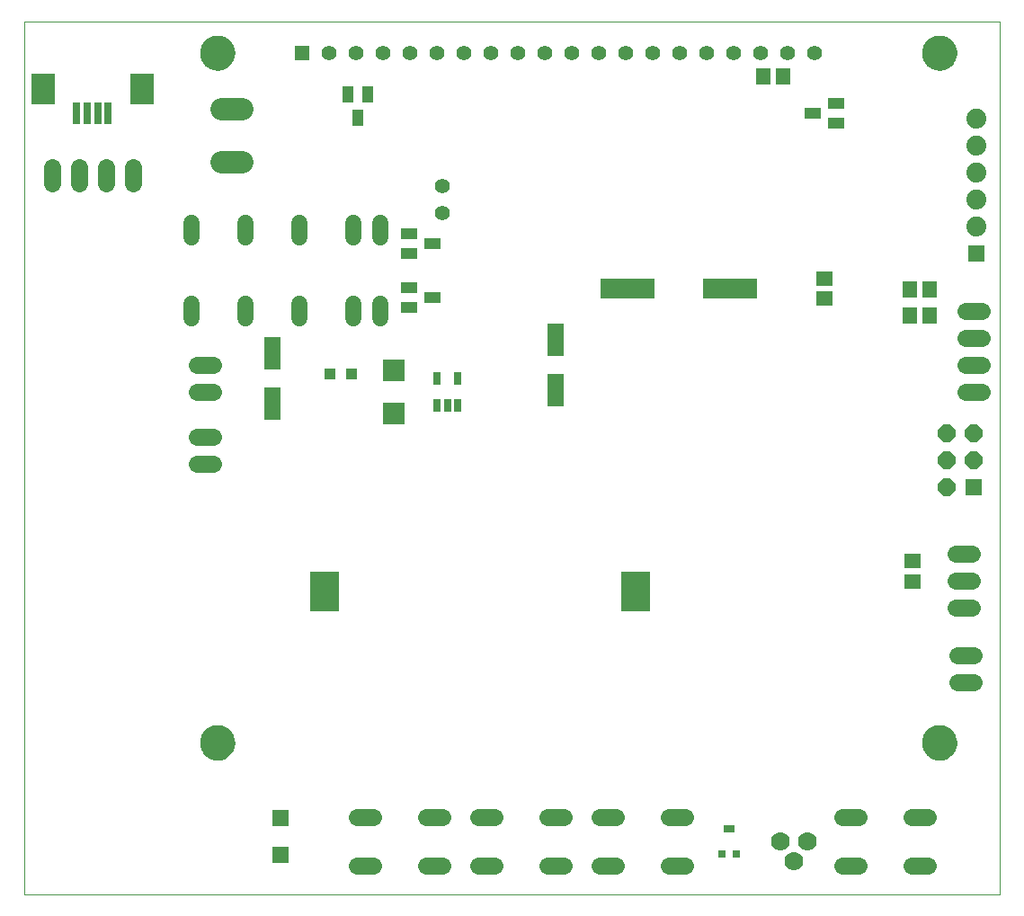
<source format=gts>
G75*
G70*
%OFA0B0*%
%FSLAX24Y24*%
%IPPOS*%
%LPD*%
%AMOC8*
5,1,8,0,0,1.08239X$1,22.5*
%
%ADD10C,0.0000*%
%ADD11R,0.0257X0.0512*%
%ADD12R,0.0591X0.1221*%
%ADD13R,0.0434X0.0434*%
%ADD14R,0.0827X0.0827*%
%ADD15R,0.0276X0.0788*%
%ADD16R,0.0867X0.1142*%
%ADD17C,0.1300*%
%ADD18R,0.0555X0.0555*%
%ADD19C,0.0555*%
%ADD20C,0.0640*%
%ADD21R,0.0552X0.0631*%
%ADD22OC8,0.0640*%
%ADD23R,0.0640X0.0640*%
%ADD24C,0.0700*%
%ADD25R,0.0591X0.0434*%
%ADD26R,0.0634X0.0634*%
%ADD27C,0.0740*%
%ADD28R,0.0276X0.0316*%
%ADD29R,0.0394X0.0316*%
%ADD30C,0.0600*%
%ADD31C,0.0820*%
%ADD32R,0.0434X0.0591*%
%ADD33C,0.0560*%
%ADD34R,0.0631X0.0552*%
%ADD35R,0.0631X0.0631*%
%ADD36R,0.1064X0.1457*%
%ADD37R,0.2040X0.0740*%
D10*
X000222Y000150D02*
X000222Y032512D01*
X036396Y032512D01*
X036396Y000150D01*
X000222Y000150D01*
X006742Y005760D02*
X006744Y005810D01*
X006750Y005860D01*
X006760Y005909D01*
X006774Y005957D01*
X006791Y006004D01*
X006812Y006049D01*
X006837Y006093D01*
X006865Y006134D01*
X006897Y006173D01*
X006931Y006210D01*
X006968Y006244D01*
X007008Y006274D01*
X007050Y006301D01*
X007094Y006325D01*
X007140Y006346D01*
X007187Y006362D01*
X007235Y006375D01*
X007285Y006384D01*
X007334Y006389D01*
X007385Y006390D01*
X007435Y006387D01*
X007484Y006380D01*
X007533Y006369D01*
X007581Y006354D01*
X007627Y006336D01*
X007672Y006314D01*
X007715Y006288D01*
X007756Y006259D01*
X007795Y006227D01*
X007831Y006192D01*
X007863Y006154D01*
X007893Y006114D01*
X007920Y006071D01*
X007943Y006027D01*
X007962Y005981D01*
X007978Y005933D01*
X007990Y005884D01*
X007998Y005835D01*
X008002Y005785D01*
X008002Y005735D01*
X007998Y005685D01*
X007990Y005636D01*
X007978Y005587D01*
X007962Y005539D01*
X007943Y005493D01*
X007920Y005449D01*
X007893Y005406D01*
X007863Y005366D01*
X007831Y005328D01*
X007795Y005293D01*
X007756Y005261D01*
X007715Y005232D01*
X007672Y005206D01*
X007627Y005184D01*
X007581Y005166D01*
X007533Y005151D01*
X007484Y005140D01*
X007435Y005133D01*
X007385Y005130D01*
X007334Y005131D01*
X007285Y005136D01*
X007235Y005145D01*
X007187Y005158D01*
X007140Y005174D01*
X007094Y005195D01*
X007050Y005219D01*
X007008Y005246D01*
X006968Y005276D01*
X006931Y005310D01*
X006897Y005347D01*
X006865Y005386D01*
X006837Y005427D01*
X006812Y005471D01*
X006791Y005516D01*
X006774Y005563D01*
X006760Y005611D01*
X006750Y005660D01*
X006744Y005710D01*
X006742Y005760D01*
X033514Y005760D02*
X033516Y005810D01*
X033522Y005860D01*
X033532Y005909D01*
X033546Y005957D01*
X033563Y006004D01*
X033584Y006049D01*
X033609Y006093D01*
X033637Y006134D01*
X033669Y006173D01*
X033703Y006210D01*
X033740Y006244D01*
X033780Y006274D01*
X033822Y006301D01*
X033866Y006325D01*
X033912Y006346D01*
X033959Y006362D01*
X034007Y006375D01*
X034057Y006384D01*
X034106Y006389D01*
X034157Y006390D01*
X034207Y006387D01*
X034256Y006380D01*
X034305Y006369D01*
X034353Y006354D01*
X034399Y006336D01*
X034444Y006314D01*
X034487Y006288D01*
X034528Y006259D01*
X034567Y006227D01*
X034603Y006192D01*
X034635Y006154D01*
X034665Y006114D01*
X034692Y006071D01*
X034715Y006027D01*
X034734Y005981D01*
X034750Y005933D01*
X034762Y005884D01*
X034770Y005835D01*
X034774Y005785D01*
X034774Y005735D01*
X034770Y005685D01*
X034762Y005636D01*
X034750Y005587D01*
X034734Y005539D01*
X034715Y005493D01*
X034692Y005449D01*
X034665Y005406D01*
X034635Y005366D01*
X034603Y005328D01*
X034567Y005293D01*
X034528Y005261D01*
X034487Y005232D01*
X034444Y005206D01*
X034399Y005184D01*
X034353Y005166D01*
X034305Y005151D01*
X034256Y005140D01*
X034207Y005133D01*
X034157Y005130D01*
X034106Y005131D01*
X034057Y005136D01*
X034007Y005145D01*
X033959Y005158D01*
X033912Y005174D01*
X033866Y005195D01*
X033822Y005219D01*
X033780Y005246D01*
X033740Y005276D01*
X033703Y005310D01*
X033669Y005347D01*
X033637Y005386D01*
X033609Y005427D01*
X033584Y005471D01*
X033563Y005516D01*
X033546Y005563D01*
X033532Y005611D01*
X033522Y005660D01*
X033516Y005710D01*
X033514Y005760D01*
X033514Y031351D02*
X033516Y031401D01*
X033522Y031451D01*
X033532Y031500D01*
X033546Y031548D01*
X033563Y031595D01*
X033584Y031640D01*
X033609Y031684D01*
X033637Y031725D01*
X033669Y031764D01*
X033703Y031801D01*
X033740Y031835D01*
X033780Y031865D01*
X033822Y031892D01*
X033866Y031916D01*
X033912Y031937D01*
X033959Y031953D01*
X034007Y031966D01*
X034057Y031975D01*
X034106Y031980D01*
X034157Y031981D01*
X034207Y031978D01*
X034256Y031971D01*
X034305Y031960D01*
X034353Y031945D01*
X034399Y031927D01*
X034444Y031905D01*
X034487Y031879D01*
X034528Y031850D01*
X034567Y031818D01*
X034603Y031783D01*
X034635Y031745D01*
X034665Y031705D01*
X034692Y031662D01*
X034715Y031618D01*
X034734Y031572D01*
X034750Y031524D01*
X034762Y031475D01*
X034770Y031426D01*
X034774Y031376D01*
X034774Y031326D01*
X034770Y031276D01*
X034762Y031227D01*
X034750Y031178D01*
X034734Y031130D01*
X034715Y031084D01*
X034692Y031040D01*
X034665Y030997D01*
X034635Y030957D01*
X034603Y030919D01*
X034567Y030884D01*
X034528Y030852D01*
X034487Y030823D01*
X034444Y030797D01*
X034399Y030775D01*
X034353Y030757D01*
X034305Y030742D01*
X034256Y030731D01*
X034207Y030724D01*
X034157Y030721D01*
X034106Y030722D01*
X034057Y030727D01*
X034007Y030736D01*
X033959Y030749D01*
X033912Y030765D01*
X033866Y030786D01*
X033822Y030810D01*
X033780Y030837D01*
X033740Y030867D01*
X033703Y030901D01*
X033669Y030938D01*
X033637Y030977D01*
X033609Y031018D01*
X033584Y031062D01*
X033563Y031107D01*
X033546Y031154D01*
X033532Y031202D01*
X033522Y031251D01*
X033516Y031301D01*
X033514Y031351D01*
X006742Y031351D02*
X006744Y031401D01*
X006750Y031451D01*
X006760Y031500D01*
X006774Y031548D01*
X006791Y031595D01*
X006812Y031640D01*
X006837Y031684D01*
X006865Y031725D01*
X006897Y031764D01*
X006931Y031801D01*
X006968Y031835D01*
X007008Y031865D01*
X007050Y031892D01*
X007094Y031916D01*
X007140Y031937D01*
X007187Y031953D01*
X007235Y031966D01*
X007285Y031975D01*
X007334Y031980D01*
X007385Y031981D01*
X007435Y031978D01*
X007484Y031971D01*
X007533Y031960D01*
X007581Y031945D01*
X007627Y031927D01*
X007672Y031905D01*
X007715Y031879D01*
X007756Y031850D01*
X007795Y031818D01*
X007831Y031783D01*
X007863Y031745D01*
X007893Y031705D01*
X007920Y031662D01*
X007943Y031618D01*
X007962Y031572D01*
X007978Y031524D01*
X007990Y031475D01*
X007998Y031426D01*
X008002Y031376D01*
X008002Y031326D01*
X007998Y031276D01*
X007990Y031227D01*
X007978Y031178D01*
X007962Y031130D01*
X007943Y031084D01*
X007920Y031040D01*
X007893Y030997D01*
X007863Y030957D01*
X007831Y030919D01*
X007795Y030884D01*
X007756Y030852D01*
X007715Y030823D01*
X007672Y030797D01*
X007627Y030775D01*
X007581Y030757D01*
X007533Y030742D01*
X007484Y030731D01*
X007435Y030724D01*
X007385Y030721D01*
X007334Y030722D01*
X007285Y030727D01*
X007235Y030736D01*
X007187Y030749D01*
X007140Y030765D01*
X007094Y030786D01*
X007050Y030810D01*
X007008Y030837D01*
X006968Y030867D01*
X006931Y030901D01*
X006897Y030938D01*
X006865Y030977D01*
X006837Y031018D01*
X006812Y031062D01*
X006791Y031107D01*
X006774Y031154D01*
X006760Y031202D01*
X006750Y031251D01*
X006744Y031301D01*
X006742Y031351D01*
D11*
X015530Y019288D03*
X016278Y019288D03*
X016278Y018264D03*
X015904Y018264D03*
X015530Y018264D03*
D12*
X019904Y018831D03*
X019904Y020721D03*
X009404Y020221D03*
X009404Y018331D03*
D13*
X011549Y019449D03*
X012337Y019449D03*
D14*
X013904Y019563D03*
X013904Y017989D03*
D15*
X003333Y029099D03*
X002939Y029099D03*
X002545Y029099D03*
X002152Y029099D03*
D16*
X000911Y030024D03*
X004573Y030024D03*
D17*
X007372Y031351D03*
X034144Y031351D03*
X034144Y005760D03*
X007372Y005760D03*
D18*
X010522Y031351D03*
D19*
X011522Y031351D03*
X012522Y031351D03*
X013522Y031351D03*
X014522Y031351D03*
X015522Y031351D03*
X016522Y031351D03*
X017522Y031351D03*
X018522Y031351D03*
X019522Y031351D03*
X020522Y031351D03*
X021522Y031351D03*
X022522Y031351D03*
X023522Y031351D03*
X024522Y031351D03*
X025522Y031351D03*
X026522Y031351D03*
X027522Y031351D03*
X028522Y031351D03*
X029522Y031351D03*
D20*
X035104Y021776D02*
X035704Y021776D01*
X035704Y020776D02*
X035104Y020776D01*
X035104Y019776D02*
X035704Y019776D01*
X035704Y018776D02*
X035104Y018776D01*
X035365Y012776D02*
X034765Y012776D01*
X034765Y011776D02*
X035365Y011776D01*
X035365Y010776D02*
X034765Y010776D01*
X034804Y009008D02*
X035404Y009008D01*
X035404Y008008D02*
X034804Y008008D01*
X033720Y003001D02*
X033120Y003001D01*
X033120Y001221D02*
X033720Y001221D01*
X031160Y001221D02*
X030560Y001221D01*
X030560Y003001D02*
X031160Y003001D01*
X024720Y003001D02*
X024120Y003001D01*
X024120Y001221D02*
X024720Y001221D01*
X022160Y001221D02*
X021560Y001221D01*
X020220Y001221D02*
X019620Y001221D01*
X019620Y003001D02*
X020220Y003001D01*
X021560Y003001D02*
X022160Y003001D01*
X017660Y003001D02*
X017060Y003001D01*
X015720Y003001D02*
X015120Y003001D01*
X015120Y001221D02*
X015720Y001221D01*
X017060Y001221D02*
X017660Y001221D01*
X013160Y001221D02*
X012560Y001221D01*
X012560Y003001D02*
X013160Y003001D01*
X007204Y016119D02*
X006604Y016119D01*
X006604Y017119D02*
X007204Y017119D01*
X007204Y018776D02*
X006604Y018776D01*
X006604Y019776D02*
X007204Y019776D01*
X004250Y026511D02*
X004250Y027111D01*
X003250Y027111D02*
X003250Y026511D01*
X002250Y026511D02*
X002250Y027111D01*
X001250Y027111D02*
X001250Y026511D01*
D21*
X027612Y030485D03*
X028360Y030485D03*
X033037Y022563D03*
X033785Y022563D03*
X033785Y021619D03*
X033037Y021619D03*
D22*
X034404Y017229D03*
X035404Y017229D03*
X035404Y016229D03*
X034404Y016229D03*
X034404Y015229D03*
D23*
X035404Y015229D03*
D24*
X029238Y002111D03*
X028738Y001361D03*
X028238Y002111D03*
D25*
X014470Y021902D03*
X015337Y022276D03*
X014470Y022650D03*
X014470Y023902D03*
X015337Y024276D03*
X014470Y024650D03*
X029467Y029103D03*
X030333Y029477D03*
X030333Y028729D03*
D26*
X035522Y023922D03*
D27*
X035522Y024922D03*
X035522Y025922D03*
X035522Y026922D03*
X035522Y027922D03*
X035522Y028922D03*
D28*
X026612Y001638D03*
X026100Y001638D03*
D29*
X026356Y002583D03*
D30*
X013404Y021496D02*
X013404Y022056D01*
X012404Y022056D02*
X012404Y021496D01*
X010404Y021496D02*
X010404Y022056D01*
X008404Y022056D02*
X008404Y021496D01*
X006404Y021496D02*
X006404Y022056D01*
X006404Y024496D02*
X006404Y025056D01*
X008404Y025056D02*
X008404Y024496D01*
X010404Y024496D02*
X010404Y025056D01*
X012404Y025056D02*
X012404Y024496D01*
X013404Y024496D02*
X013404Y025056D01*
D31*
X008294Y027296D02*
X007514Y027296D01*
X007514Y029266D02*
X008294Y029266D01*
D32*
X012211Y029807D03*
X012959Y029807D03*
X012585Y028941D03*
D33*
X015734Y026410D03*
X015734Y025410D03*
D34*
X029868Y022977D03*
X029868Y022229D03*
X033136Y012504D03*
X033136Y011756D03*
D35*
X009711Y002977D03*
X009711Y001599D03*
D36*
X011344Y011382D03*
X022880Y011382D03*
D37*
X022574Y022603D03*
X026374Y022603D03*
M02*

</source>
